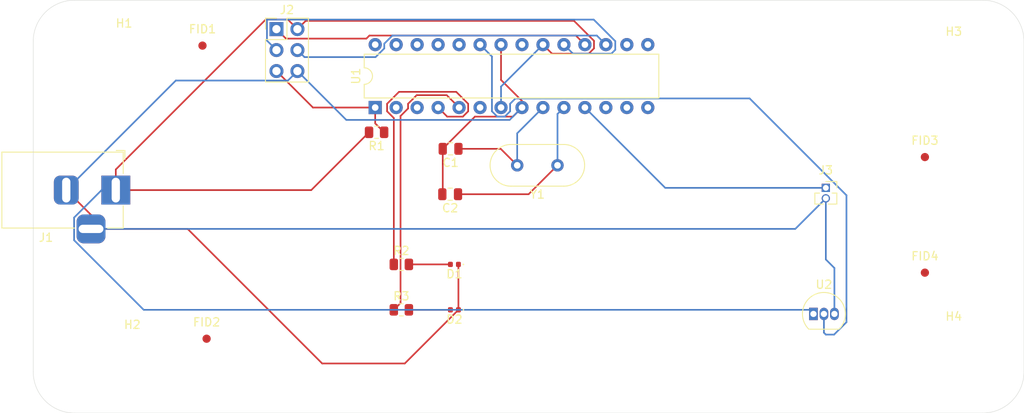
<source format=kicad_pcb>
(kicad_pcb (version 20240108) (generator "pcbnew") (generator_version "8.0")
  (layers (0 "F.Cu" signal) (31 "B.Cu" signal) (34 "B.Paste" user) (35 "F.Paste" user) (36 "B.SilkS" user "B.Silkscreen") (37 "F.SilkS" user "F.Silkscreen") (38 "B.Mask" user) (39 "F.Mask" user) (44 "Edge.Cuts" user))
  (net 0 "")
  (net 1 "GND")
  (net 2 "Net-(U1-XTAL1{slash}PB6)")
  (net 3 "Net-(U1-XTAL2{slash}PB7)")
  (net 4 "Net-(D1-A)")
  (net 5 "Net-(D2-A)")
  (net 6 "VCC")
  (net 7 "Net-(J2-Pin_4)")
  (net 8 "/RESET")
  (net 9 "Net-(J2-Pin_3)")
  (net 10 "Net-(J2-Pin_1)")
  (net 11 "/DC_POWER")
  (net 12 "Net-(U1-PD2)")
  (net 13 "Net-(U1-PD3)")
  (net 26 "/TEMPERATURE")
  (footprint "Capacitor_SMD:C_0805_2012Metric" (layer "F.Cu") (at 128.05 65.5 180)
    (property "Reference" "C1" (at 0 -1.68 360) (layer "F.SilkS"))
    (property "Value" "22pF")
    (fp_line (start -0.261252 0.735) (end 0.261252 0.735) (stroke (width 0.12)) (layer "F.SilkS"))
    (fp_line (start -0.261252 -0.735) (end 0.261252 -0.735) (stroke (width 0.12)) (layer "F.SilkS"))
    (pad "1" smd roundrect (at -0.95 0 180) (size 1 1.45) (layers "F.Cu" "F.Paste" "F.Mask") (net 2 "Net-(U1-XTAL1{slash}PB6)"))
    (pad "2" smd roundrect (at 0.95 0 180) (size 1 1.45) (layers "F.Cu" "F.Paste" "F.Mask") (net 1 "GND"))
  )
  (footprint "MountingHole:MountingHole_3.2mm_M3" (layer "F.Cu") (at 189 55.5)
    (property "Reference" "H3" (at 0 -4.2 0) (layer "F.SilkS"))
    (property "Value" "MountingHole")
    (pad "" np_thru_hole circle (at 0 0) (size 3.2 3.2) (drill 3.2) (layers "*.Cu" "*.Mask"))
  )
  (footprint "Connector_PinHeader_2.54mm:PinHeader_2x03_P2.54mm_Vertical" (layer "F.Cu") (at 106.96 51)
    (property "Reference" "J2" (at 1.27 -2.33 0) (layer "F.SilkS"))
    (property "Value" "Conn_02x03_Odd_Even")
    (fp_line (start -1.33 -1.33) (end 0 -1.33) (stroke (width 0.12)) (layer "F.SilkS"))
    (fp_line (start -1.33 0) (end -1.33 -1.33) (stroke (width 0.12)) (layer "F.SilkS"))
    (fp_line (start -1.33 1.27) (end -1.33 6.41) (stroke (width 0.12)) (layer "F.SilkS"))
    (fp_line (start -1.33 1.27) (end 1.27 1.27) (stroke (width 0.12)) (layer "F.SilkS"))
    (fp_line (start -1.33 6.41) (end 3.87 6.41) (stroke (width 0.12)) (layer "F.SilkS"))
    (fp_line (start 1.27 -1.33) (end 3.87 -1.33) (stroke (width 0.12)) (layer "F.SilkS"))
    (fp_line (start 1.27 1.27) (end 1.27 -1.33) (stroke (width 0.12)) (layer "F.SilkS"))
    (fp_line (start 3.87 -1.33) (end 3.87 6.41) (stroke (width 0.12)) (layer "F.SilkS"))
    (pad "1" thru_hole rect (at 0 0) (size 1.7 1.7) (drill 1) (layers "*.Cu" "*.Mask") (net 10 "Net-(J2-Pin_1)"))
    (pad "2" thru_hole oval (at 2.54 0) (size 1.7 1.7) (drill 1) (layers "*.Cu" "*.Mask") (net 6 "VCC"))
    (pad "3" thru_hole oval (at 0 2.54) (size 1.7 1.7) (drill 1) (layers "*.Cu" "*.Mask") (net 9 "Net-(J2-Pin_3)"))
    (pad "4" thru_hole oval (at 2.54 2.54) (size 1.7 1.7) (drill 1) (layers "*.Cu" "*.Mask") (net 7 "Net-(J2-Pin_4)"))
    (pad "5" thru_hole oval (at 0 5.08) (size 1.7 1.7) (drill 1) (layers "*.Cu" "*.Mask") (net 8 "/RESET"))
    (pad "6" thru_hole oval (at 2.54 5.08) (size 1.7 1.7) (drill 1) (layers "*.Cu" "*.Mask") (net 1 "GND"))
  )
  (footprint "Fiducial:Fiducial_1mm_Mask2mm" (layer "F.Cu") (at 185.5 66.5)
    (property "Reference" "FID3" (at 0 -2 0) (layer "F.SilkS"))
    (property "Value" "Fiducial")
    (pad "" smd circle (at 0 0) (size 1 1) (layers "F.Cu" "F.Mask") (clearance 0.5))
  )
  (footprint "Fiducial:Fiducial_1mm_Mask2mm" (layer "F.Cu") (at 98.5 88.5)
    (property "Reference" "FID2" (at 0 -2 0) (layer "F.SilkS"))
    (property "Value" "Fiducial")
    (pad "" smd circle (at 0 0) (size 1 1) (layers "F.Cu" "F.Mask") (clearance 0.5))
  )
  (footprint "LED_SMD:LED_0402_1005Metric" (layer "F.Cu") (at 128.515 79.5 180)
    (property "Reference" "D1" (at 0 -1.17 360) (layer "F.SilkS"))
    (property "Value" "GREEN")
    (fp_circle (center -1.09 0) (end -1.04 0) (stroke (width 0.1)) (fill none) (layer "F.SilkS"))
    (pad "1" smd roundrect (at -0.485 0 180) (size 0.59 0.64) (layers "F.Cu" "F.Paste" "F.Mask") (net 1 "GND"))
    (pad "2" smd roundrect (at 0.485 0 180) (size 0.59 0.64) (layers "F.Cu" "F.Paste" "F.Mask") (net 4 "Net-(D1-A)"))
  )
  (footprint "Package_DIP:DIP-28_W7.62mm" (layer "F.Cu") (at 118.92 60.5 90)
    (property "Reference" "U1" (at 3.81 -2.33 90) (layer "F.SilkS"))
    (property "Value" "ATmega328-P")
    (fp_line (start 6.46 -1.33) (end 4.81 -1.33) (stroke (width 0.12)) (layer "F.SilkS"))
    (fp_line (start 2.81 -1.33) (end 1.16 -1.33) (stroke (width 0.12)) (layer "F.SilkS"))
    (fp_line (start 1.16 -1.33) (end 1.16 34.35) (stroke (width 0.12)) (layer "F.SilkS"))
    (fp_line (start 6.46 34.35) (end 6.46 -1.33) (stroke (width 0.12)) (layer "F.SilkS"))
    (fp_line (start 1.16 34.35) (end 6.46 34.35) (stroke (width 0.12)) (layer "F.SilkS"))
    (fp_arc (start 4.81 -1.33) (mid 3.81 -0.33) (end 2.81 -1.33) (stroke (width 0.12)) (layer "F.SilkS"))
    (pad "1" thru_hole rect (at 0 0 90) (size 1.6 1.6) (drill 0.8) (layers "*.Cu" "*.Mask") (net 8 "/RESET"))
    (pad "2" thru_hole oval (at 0 2.54 90) (size 1.6 1.6) (drill 0.8) (layers "*.Cu" "*.Mask"))
    (pad "3" thru_hole oval (at 0 5.08 90) (size 1.6 1.6) (drill 0.8) (layers "*.Cu" "*.Mask"))
    (pad "4" thru_hole oval (at 0 7.62 90) (size 1.6 1.6) (drill 0.8) (layers "*.Cu" "*.Mask") (net 12 "Net-(U1-PD2)"))
    (pad "5" thru_hole oval (at 0 10.16 90) (size 1.6 1.6) (drill 0.8) (layers "*.Cu" "*.Mask") (net 13 "Net-(U1-PD3)"))
    (pad "6" thru_hole oval (at 0 12.7 90) (size 1.6 1.6) (drill 0.8) (layers "*.Cu" "*.Mask"))
    (pad "7" thru_hole oval (at 0 15.24 90) (size 1.6 1.6) (drill 0.8) (layers "*.Cu" "*.Mask") (net 6 "VCC"))
    (pad "8" thru_hole oval (at 0 17.78 90) (size 1.6 1.6) (drill 0.8) (layers "*.Cu" "*.Mask") (net 1 "GND"))
    (pad "9" thru_hole oval (at 0 20.32 90) (size 1.6 1.6) (drill 0.8) (layers "*.Cu" "*.Mask") (net 2 "Net-(U1-XTAL1{slash}PB6)"))
    (pad "10" thru_hole oval (at 0 22.86 90) (size 1.6 1.6) (drill 0.8) (layers "*.Cu" "*.Mask") (net 3 "Net-(U1-XTAL2{slash}PB7)"))
    (pad "11" thru_hole oval (at 0 25.4 90) (size 1.6 1.6) (drill 0.8) (layers "*.Cu" "*.Mask") (net 11 "/DC_POWER"))
    (pad "12" thru_hole oval (at 0 27.94 90) (size 1.6 1.6) (drill 0.8) (layers "*.Cu" "*.Mask"))
    (pad "13" thru_hole oval (at 0 30.48 90) (size 1.6 1.6) (drill 0.8) (layers "*.Cu" "*.Mask"))
    (pad "14" thru_hole oval (at 0 33.02 90) (size 1.6 1.6) (drill 0.8) (layers "*.Cu" "*.Mask"))
    (pad "15" thru_hole oval (at 7.62 33.02 90) (size 1.6 1.6) (drill 0.8) (layers "*.Cu" "*.Mask"))
    (pad "16" thru_hole oval (at 7.62 30.48 90) (size 1.6 1.6) (drill 0.8) (layers "*.Cu" "*.Mask"))
    (pad "17" thru_hole oval (at 7.62 27.94 90) (size 1.6 1.6) (drill 0.8) (layers "*.Cu" "*.Mask") (net 7 "Net-(J2-Pin_4)"))
    (pad "18" thru_hole oval (at 7.62 25.4 90) (size 1.6 1.6) (drill 0.8) (layers "*.Cu" "*.Mask") (net 10 "Net-(J2-Pin_1)"))
    (pad "19" thru_hole oval (at 7.62 22.86 90) (size 1.6 1.6) (drill 0.8) (layers "*.Cu" "*.Mask") (net 9 "Net-(J2-Pin_3)"))
    (pad "20" thru_hole oval (at 7.62 20.32 90) (size 1.6 1.6) (drill 0.8) (layers "*.Cu" "*.Mask") (net 6 "VCC"))
    (pad "21" thru_hole oval (at 7.62 17.78 90) (size 1.6 1.6) (drill 0.8) (layers "*.Cu" "*.Mask"))
    (pad "22" thru_hole oval (at 7.62 15.24 90) (size 1.6 1.6) (drill 0.8) (layers "*.Cu" "*.Mask") (net 1 "GND"))
    (pad "23" thru_hole oval (at 7.62 12.7 90) (size 1.6 1.6) (drill 0.8) (layers "*.Cu" "*.Mask") (net 26 "/TEMPERATURE"))
    (pad "24" thru_hole oval (at 7.62 10.16 90) (size 1.6 1.6) (drill 0.8) (layers "*.Cu" "*.Mask"))
    (pad "25" thru_hole oval (at 7.62 7.62 90) (size 1.6 1.6) (drill 0.8) (layers "*.Cu" "*.Mask"))
    (pad "26" thru_hole oval (at 7.62 5.08 90) (size 1.6 1.6) (drill 0.8) (layers "*.Cu" "*.Mask"))
    (pad "27" thru_hole oval (at 7.62 2.54 90) (size 1.6 1.6) (drill 0.8) (layers "*.Cu" "*.Mask"))
    (pad "28" thru_hole oval (at 7.62 0 90) (size 1.6 1.6) (drill 0.8) (layers "*.Cu" "*.Mask"))
  )
  (footprint "Fiducial:Fiducial_1mm_Mask2mm" (layer "F.Cu") (at 98 53)
    (property "Reference" "FID1" (at 0 -2 0) (layer "F.SilkS"))
    (property "Value" "Fiducial")
    (pad "" smd circle (at 0 0) (size 1 1) (layers "F.Cu" "F.Mask") (clearance 0.5))
  )
  (footprint "Resistor_SMD:R_0805_2012Metric" (layer "F.Cu") (at 119.0875 63.5 180)
    (property "Reference" "R1" (at 0 -1.65 360) (layer "F.SilkS"))
    (property "Value" "10K")
    (fp_line (start -0.227064 0.735) (end 0.227064 0.735) (stroke (width 0.12)) (layer "F.SilkS"))
    (fp_line (start -0.227064 -0.735) (end 0.227064 -0.735) (stroke (width 0.12)) (layer "F.SilkS"))
    (pad "1" smd roundrect (at -0.9125 0 180) (size 1.025 1.4) (layers "F.Cu" "F.Paste" "F.Mask") (roundrect_rratio 0.243902) (net 8 "/RESET"))
    (pad "2" smd roundrect (at 0.9125 0 180) (size 1.025 1.4) (layers "F.Cu" "F.Paste" "F.Mask") (roundrect_rratio 0.243902) (net 6 "VCC"))
  )
  (footprint "Connector_BarrelJack:BarrelJack_Horizontal" (layer "F.Cu") (at 87.5 70.5)
    (property "Reference" "J1" (at -8.45 5.75 0) (layer "F.SilkS"))
    (property "Value" "Barrel_Jack_Switch")
    (fp_line (start -13.8 -4.6) (end 0.9 -4.6) (stroke (width 0.12)) (layer "F.SilkS"))
    (fp_line (start -13.8 4.6) (end -13.8 -4.6) (stroke (width 0.12)) (layer "F.SilkS"))
    (fp_line (start -5 4.6) (end -13.8 4.6) (stroke (width 0.12)) (layer "F.SilkS"))
    (fp_line (start 0.05 -4.8) (end 1.1 -4.8) (stroke (width 0.12)) (layer "F.SilkS"))
    (fp_line (start 0.9 -4.6) (end 0.9 -2) (stroke (width 0.12)) (layer "F.SilkS"))
    (fp_line (start 0.9 1.9) (end 0.9 4.6) (stroke (width 0.12)) (layer "F.SilkS"))
    (fp_line (start 0.9 4.6) (end -1 4.6) (stroke (width 0.12)) (layer "F.SilkS"))
    (fp_line (start 1.1 -3.75) (end 1.1 -4.8) (stroke (width 0.12)) (layer "F.SilkS"))
    (pad "1" thru_hole rect (at 0 0) (size 3.5 3.5) (drill oval 1 3) (layers "*.Cu" "*.Mask") (net 6 "VCC"))
    (pad "2" thru_hole roundrect (at -6 0) (size 3 3.5) (drill oval 1 3) (layers "*.Cu" "*.Mask") (net 1 "GND"))
    (pad "3" thru_hole roundrect (at -3 4.7) (size 3.5 3.5) (drill oval 3 1) (layers "*.Cu" "*.Mask") (net 1 "GND"))
  )
  (footprint "Package_TO_SOT_THT:TO-92_Inline" (layer "F.Cu") (at 172 85.5)
    (property "Reference" "U2" (at 1.27 -3.56 0) (layer "F.SilkS"))
    (property "Value" "TSIC206-TO92")
    (fp_line (start -0.53 1.85) (end 3.07 1.85) (stroke (width 0.12)) (layer "F.SilkS"))
    (fp_arc (start -0.568478 1.838478) (mid -1.132087 -0.994977) (end 1.27 -2.6) (stroke (width 0.12)) (layer "F.SilkS"))
    (fp_arc (start 1.27 -2.6) (mid 3.672087 -0.994977) (end 3.108478 1.838478) (stroke (width 0.12)) (layer "F.SilkS"))
    (pad "1" thru_hole rect (at 0 0) (size 1.05 1.5) (drill 0.75) (layers "*.Cu" "*.Mask") (net 6 "VCC"))
    (pad "2" thru_hole oval (at 1.27 0) (size 1.05 1.5) (drill 0.75) (layers "*.Cu" "*.Mask") (net 26 "/TEMPERATURE"))
    (pad "3" thru_hole oval (at 2.54 0) (size 1.05 1.5) (drill 0.75) (layers "*.Cu" "*.Mask") (net 1 "GND"))
  )
  (footprint "Connector_PinSocket_1.27mm:PinSocket_1x02_P1.27mm_Vertical" (layer "F.Cu") (at 173.5 70.23)
    (property "Reference" "J3" (at 0 -2.135 0) (layer "F.SilkS"))
    (property "Value" "Conn_01x02_Socket")
    (fp_line (start -1.33 0.635) (end -1.33 1.965) (stroke (width 0.12)) (layer "F.SilkS"))
    (fp_line (start -1.33 0.635) (end -0.76 0.635) (stroke (width 0.12)) (layer "F.SilkS"))
    (fp_line (start -1.33 1.965) (end -0.30753 1.965) (stroke (width 0.12)) (layer "F.SilkS"))
    (fp_line (start 0 -0.76) (end 1.33 -0.76) (stroke (width 0.12)) (layer "F.SilkS"))
    (fp_line (start 0.30753 1.965) (end 1.33 1.965) (stroke (width 0.12)) (layer "F.SilkS"))
    (fp_line (start 0.76 0.635) (end 1.33 0.635) (stroke (width 0.12)) (layer "F.SilkS"))
    (fp_line (start 1.33 -0.76) (end 1.33 0) (stroke (width 0.12)) (layer "F.SilkS"))
    (fp_line (start 1.33 0.635) (end 1.33 1.965) (stroke (width 0.12)) (layer "F.SilkS"))
    (pad "1" thru_hole rect (at 0 0) (size 1 1) (drill 0.7) (layers "*.Cu" "*.Mask") (net 11 "/DC_POWER"))
    (pad "2" thru_hole oval (at 0 1.27) (size 1 1) (drill 0.7) (layers "*.Cu" "*.Mask") (net 1 "GND"))
  )
  (footprint "Capacitor_SMD:C_0805_2012Metric" (layer "F.Cu") (at 128 71 180)
    (property "Reference" "C2" (at 0 -1.68 360) (layer "F.SilkS"))
    (property "Value" "22pF")
    (fp_line (start -0.261252 0.735) (end 0.261252 0.735) (stroke (width 0.12)) (layer "F.SilkS"))
    (fp_line (start -0.261252 -0.735) (end 0.261252 -0.735) (stroke (width 0.12)) (layer "F.SilkS"))
    (pad "1" smd roundrect (at -0.95 0 180) (size 1 1.45) (layers "F.Cu" "F.Paste" "F.Mask") (net 3 "Net-(U1-XTAL2{slash}PB7)"))
    (pad "2" smd roundrect (at 0.95 0 180) (size 1 1.45) (layers "F.Cu" "F.Paste" "F.Mask") (net 1 "GND"))
  )
  (footprint "MountingHole:MountingHole_3.2mm_M3" (layer "F.Cu") (at 88.5 54.5)
    (property "Reference" "H1" (at 0 -4.2 0) (layer "F.SilkS"))
    (property "Value" "MountingHole")
    (pad "" np_thru_hole circle (at 0 0) (size 3.2 3.2) (drill 3.2) (layers "*.Cu" "*.Mask"))
  )
  (footprint "Fiducial:Fiducial_1mm_Mask2mm" (layer "F.Cu") (at 185.5 80.5)
    (property "Reference" "FID4" (at 0 -2 0) (layer "F.SilkS"))
    (property "Value" "Fiducial")
    (pad "" smd circle (at 0 0) (size 1 1) (layers "F.Cu" "F.Mask") (clearance 0.5))
  )
  (footprint "MountingHole:MountingHole_3.2mm_M3" (layer "F.Cu") (at 89.5 91)
    (property "Reference" "H2" (at 0 -4.2 0) (layer "F.SilkS"))
    (property "Value" "MountingHole")
    (pad "" np_thru_hole circle (at 0 0) (size 3.2 3.2) (drill 3.2) (layers "*.Cu" "*.Mask"))
  )
  (footprint "Crystal:Crystal_HC49-4H_Vertical" (layer "F.Cu") (at 141 67.5 180)
    (property "Reference" "Y1" (at 2.44 -3.525 360) (layer "F.SilkS"))
    (property "Value" "16MHz")
    (fp_line (start -0.76 2.525) (end 5.64 2.525) (stroke (width 0.12)) (layer "F.SilkS"))
    (fp_line (start -0.76 -2.525) (end 5.64 -2.525) (stroke (width 0.12)) (layer "F.SilkS"))
    (fp_arc (start 5.64 -2.525) (mid 8.165 0) (end 5.64 2.525) (stroke (width 0.12)) (layer "F.SilkS"))
    (fp_arc (start -0.76 2.525) (mid -3.285 0) (end -0.76 -2.525) (stroke (width 0.12)) (layer "F.SilkS"))
    (pad "1" thru_hole circle (at 0 0 180) (size 1.5 1.5) (drill 0.8) (layers "*.Cu" "*.Mask") (net 3 "Net-(U1-XTAL2{slash}PB7)"))
    (pad "2" thru_hole circle (at 4.88 0 180) (size 1.5 1.5) (drill 0.8) (layers "*.Cu" "*.Mask") (net 2 "Net-(U1-XTAL1{slash}PB6)"))
  )
  (footprint "LED_SMD:LED_0402_1005Metric" (layer "F.Cu") (at 128.515 85 180)
    (property "Reference" "D2" (at 0 -1.17 360) (layer "F.SilkS"))
    (property "Value" "RED")
    (fp_circle (center -1.09 0) (end -1.04 0) (stroke (width 0.1)) (fill none) (layer "F.SilkS"))
    (pad "1" smd roundrect (at -0.485 0 180) (size 0.59 0.64) (layers "F.Cu" "F.Paste" "F.Mask") (net 1 "GND"))
    (pad "2" smd roundrect (at 0.485 0 180) (size 0.59 0.64) (layers "F.Cu" "F.Paste" "F.Mask") (net 5 "Net-(D2-A)"))
  )
  (footprint "Resistor_SMD:R_0805_2012Metric" (layer "F.Cu") (at 122.0875 79.5)
    (property "Reference" "R2" (at 0 -1.65 0) (layer "F.SilkS"))
    (property "Value" "220")
    (fp_line (start -0.227064 -0.735) (end 0.227064 -0.735) (stroke (width 0.12)) (layer "F.SilkS"))
    (fp_line (start -0.227064 0.735) (end 0.227064 0.735) (stroke (width 0.12)) (layer "F.SilkS"))
    (pad "1" smd roundrect (at -0.9125 0) (size 1.025 1.4) (layers "F.Cu" "F.Paste" "F.Mask") (roundrect_rratio 0.243902) (net 12 "Net-(U1-PD2)"))
    (pad "2" smd roundrect (at 0.9125 0) (size 1.025 1.4) (layers "F.Cu" "F.Paste" "F.Mask") (roundrect_rratio 0.243902) (net 4 "Net-(D1-A)"))
  )
  (footprint "MountingHole:MountingHole_3.2mm_M3" (layer "F.Cu") (at 189 90)
    (property "Reference" "H4" (at 0 -4.2 0) (layer "F.SilkS"))
    (property "Value" "MountingHole")
    (pad "" np_thru_hole circle (at 0 0) (size 3.2 3.2) (drill 3.2) (layers "*.Cu" "*.Mask"))
  )
  (footprint "Resistor_SMD:R_0805_2012Metric" (layer "F.Cu") (at 122.0875 85)
    (property "Reference" "R3" (at 0 -1.65 0) (layer "F.SilkS"))
    (property "Value" "220")
    (fp_line (start -0.227064 -0.735) (end 0.227064 -0.735) (stroke (width 0.12)) (layer "F.SilkS"))
    (fp_line (start -0.227064 0.735) (end 0.227064 0.735) (stroke (width 0.12)) (layer "F.SilkS"))
    (pad "1" smd roundrect (at -0.9125 0) (size 1.025 1.4) (layers "F.Cu" "F.Paste" "F.Mask") (roundrect_rratio 0.243902) (net 13 "Net-(U1-PD3)"))
    (pad "2" smd roundrect (at 0.9125 0) (size 1.025 1.4) (layers "F.Cu" "F.Paste" "F.Mask") (roundrect_rratio 0.243902) (net 5 "Net-(D2-A)"))
  )
  (gr_arc (start 192.5 47.5) (mid 196.035534 48.964466) (end 197.5 52.5) (stroke (width 0.05)) (layer "Edge.Cuts"))
  (gr_arc (start 197.5 92.5) (mid 196.035534 96.035534) (end 192.5 97.5) (stroke (width 0.05)) (layer "Edge.Cuts"))
  (gr_line (start 82.5 47.5) (end 192.5 47.5) (stroke (width 0.05)) (layer "Edge.Cuts"))
  (gr_arc (start 77.5 52.5) (mid 78.964466 48.964466) (end 82.5 47.5) (stroke (width 0.05)) (layer "Edge.Cuts"))
  (gr_arc (start 82.5 97.5) (mid 78.964466 96.035534) (end 77.5 92.5) (stroke (width 0.05)) (layer "Edge.Cuts"))
  (gr_line (start 192.5 97.5) (end 82.5 97.5) (stroke (width 0.05)) (layer "Edge.Cuts"))
  (gr_line (start 197.5 52.5) (end 197.5 92.5) (stroke (width 0.05)) (layer "Edge.Cuts"))
  (gr_line (start 77.5 92.5) (end 77.5 52.5) (stroke (width 0.05)) (layer "Edge.Cuts"))
  (segment (start 136.7 59.7) (end 134.16 57.16) (width 0.2) (layer "F.Cu") (net 1))
  (segment (start 112.5 91.5) (end 96.2 75.2) (width 0.2) (layer "F.Cu") (net 1))
  (segment (start 129 79.5) (end 129 85) (width 0.2) (layer "F.Cu") (net 1))
  (segment (start 127.1 70.95) (end 127.05 71) (width 0.2) (layer "F.Cu") (net 1))
  (segment (start 135.6 61.6) (end 131 61.6) (width 0.2) (layer "F.Cu") (net 1))
  (segment (start 84.5 73.5) (end 84.5 75.2) (width 0.2) (layer "F.Cu") (net 1))
  (segment (start 136.7 60.5) (end 135.6 61.6) (width 0.2) (layer "F.Cu") (net 1))
  (segment (start 96.2 75.2) (end 84.5 75.2) (width 0.2) (layer "F.Cu") (net 1))
  (segment (start 81.5 70.5) (end 84.5 73.5) (width 0.2) (layer "F.Cu") (net 1))
  (segment (start 131 61.6) (end 127.1 65.5) (width 0.2) (layer "F.Cu") (net 1))
  (segment (start 136.7 60.5) (end 136.7 59.7) (width 0.2) (layer "F.Cu") (net 1))
  (segment (start 129 85) (end 122.5 91.5) (width 0.2) (layer "F.Cu") (net 1))
  (segment (start 134.16 57.16) (end 134.16 52.88) (width 0.2) (layer "F.Cu") (net 1))
  (segment (start 122.5 91.5) (end 112.5 91.5) (width 0.2) (layer "F.Cu") (net 1))
  (segment (start 127.1 65.5) (end 127.1 70.95) (width 0.2) (layer "F.Cu") (net 1))
  (segment (start 136.7 60.5) (end 135.2 62) (width 0.2) (layer "B.Cu") (net 1))
  (segment (start 109.5 56.08) (end 108.35 57.23) (width 0.2) (layer "B.Cu") (net 1))
  (segment (start 94.77 57.23) (end 81.5 70.5) (width 0.2) (layer "B.Cu") (net 1))
  (segment (start 135.2 62) (end 115.42 62) (width 0.2) (layer "B.Cu") (net 1))
  (segment (start 173.5 71.5) (end 169.8 75.2) (width 0.2) (layer "B.Cu") (net 1))
  (segment (start 173.5 78.9) (end 173.5 71.5) (width 0.2) (layer "B.Cu") (net 1))
  (segment (start 174.54 85.5) (end 174.54 79.94) (width 0.2) (layer "B.Cu") (net 1))
  (segment (start 115.42 62) (end 109.5 56.08) (width 0.2) (layer "B.Cu") (net 1))
  (segment (start 108.35 57.23) (end 94.77 57.23) (width 0.2) (layer "B.Cu") (net 1))
  (segment (start 174.54 79.94) (end 173.5 78.9) (width 0.2) (layer "B.Cu") (net 1))
  (segment (start 169.8 75.2) (end 84.5 75.2) (width 0.2) (layer "B.Cu") (net 1))
  (segment (start 134.12 65.5) (end 136.12 67.5) (width 0.2) (layer "F.Cu") (net 2))
  (segment (start 129 65.5) (end 134.12 65.5) (width 0.2) (layer "F.Cu") (net 2))
  (segment (start 136.12 63.62) (end 139.24 60.5) (width 0.2) (layer "B.Cu") (net 2))
  (segment (start 136.12 67.5) (end 136.12 63.62) (width 0.2) (layer "B.Cu") (net 2))
  (segment (start 137.5 71) (end 141 67.5) (width 0.2) (layer "F.Cu") (net 3))
  (segment (start 128.95 71) (end 137.5 71) (width 0.2) (layer "F.Cu") (net 3))
  (segment (start 141 61.28) (end 141.78 60.5) (width 0.2) (layer "B.Cu") (net 3))
  (segment (start 141 67.5) (end 141 61.28) (width 0.2) (layer "B.Cu") (net 3))
  (segment (start 123 79.5) (end 128.03 79.5) (width 0.2) (layer "F.Cu") (net 4))
  (segment (start 123 85) (end 128.03 85) (width 0.2) (layer "F.Cu") (net 5))
  (segment (start 109.5 51) (end 108.35 49.85) (width 0.2) (layer "F.Cu") (net 6))
  (segment (start 111.175 70.5) (end 118.175 63.5) (width 0.2) (layer "F.Cu") (net 6))
  (segment (start 145.42 52.42) (end 143 50) (width 0.2) (layer "F.Cu") (net 6))
  (segment (start 87.5 68) (end 87.5 70.5) (width 0.2) (layer "F.Cu") (net 6))
  (segment (start 145.42 53.335635) (end 145.42 52.42) (width 0.2) (layer "F.Cu") (net 6))
  (segment (start 144.775635 53.98) (end 145.42 53.335635) (width 0.2) (layer "F.Cu") (net 6))
  (segment (start 110.5 50) (end 109.5 51) (width 0.2) (layer "F.Cu") (net 6))
  (segment (start 143 50) (end 110.5 50) (width 0.2) (layer "F.Cu") (net 6))
  (segment (start 140.34 53.98) (end 144.775635 53.98) (width 0.2) (layer "F.Cu") (net 6))
  (segment (start 105.65 49.85) (end 87.5 68) (width 0.2) (layer "F.Cu") (net 6))
  (segment (start 108.35 49.85) (end 105.65 49.85) (width 0.2) (layer "F.Cu") (net 6))
  (segment (start 139.24 52.88) (end 140.34 53.98) (width 0.2) (layer "F.Cu") (net 6))
  (segment (start 87.5 70.5) (end 111.175 70.5) (width 0.2) (layer "F.Cu") (net 6))
  (segment (start 172 85.5) (end 171.5 85) (width 0.2) (layer "B.Cu") (net 6))
  (segment (start 171.5 85) (end 90.881002 85) (width 0.2) (layer "B.Cu") (net 6))
  (segment (start 134.16 60.5) (end 134.16 57.96) (width 0.2) (layer "B.Cu") (net 6))
  (segment (start 85.781002 70.5) (end 87.5 70.5) (width 0.2) (layer "B.Cu") (net 6))
  (segment (start 82.45 73.831002) (end 85.781002 70.5) (width 0.2) (layer "B.Cu") (net 6))
  (segment (start 134.16 57.96) (end 139.24 52.88) (width 0.2) (layer "B.Cu") (net 6))
  (segment (start 90.881002 85) (end 82.45 76.568998) (width 0.2) (layer "B.Cu") (net 6))
  (segment (start 82.45 76.568998) (end 82.45 73.831002) (width 0.2) (layer "B.Cu") (net 6))
  (segment (start 110.35 54.39) (end 118.965635 54.39) (width 0.2) (layer "B.Cu") (net 7))
  (segment (start 145.76 51.78) (end 146.86 52.88) (width 0.2) (layer "B.Cu") (net 7))
  (segment (start 109.5 53.54) (end 110.35 54.39) (width 0.2) (layer "B.Cu") (net 7))
  (segment (start 121.004365 51.78) (end 145.76 51.78) (width 0.2) (layer "B.Cu") (net 7))
  (segment (start 118.965635 54.39) (end 120.02 53.335635) (width 0.2) (layer "B.Cu") (net 7))
  (segment (start 120.02 52.764365) (end 121.004365 51.78) (width 0.2) (layer "B.Cu") (net 7))
  (segment (start 120.02 53.335635) (end 120.02 52.764365) (width 0.2) (layer "B.Cu") (net 7))
  (segment (start 111.38 60.5) (end 106.96 56.08) (width 0.2) (layer "F.Cu") (net 8))
  (segment (start 118.92 60.5) (end 118.92 62.42) (width 0.2) (layer "F.Cu") (net 8))
  (segment (start 118.92 62.42) (end 120 63.5) (width 0.2) (layer "F.Cu") (net 8))
  (segment (start 118.92 60.5) (end 111.38 60.5) (width 0.2) (layer "F.Cu") (net 8))
  (segment (start 142.88 53.98) (end 141.78 52.88) (width 0.2) (layer "B.Cu") (net 9))
  (segment (start 105.81 52.39) (end 105.81 49.85) (width 0.2) (layer "B.Cu") (net 9))
  (segment (start 148 53.5) (end 147.52 53.98) (width 0.2) (layer "B.Cu") (net 9))
  (segment (start 148 52.464365) (end 148 53.5) (width 0.2) (layer "B.Cu") (net 9))
  (segment (start 147.52 53.98) (end 142.88 53.98) (width 0.2) (layer "B.Cu") (net 9))
  (segment (start 105.81 49.85) (end 145.385635 49.85) (width 0.2) (layer "B.Cu") (net 9))
  (segment (start 145.385635 49.85) (end 148 52.464365) (width 0.2) (layer "B.Cu") (net 9))
  (segment (start 106.96 53.54) (end 105.81 52.39) (width 0.2) (layer "B.Cu") (net 9))
  (segment (start 117.85 52.15) (end 118.22 51.78) (width 0.2) (layer "F.Cu") (net 10))
  (segment (start 143.22 51.78) (end 144.32 52.88) (width 0.2) (layer "F.Cu") (net 10))
  (segment (start 108.11 52.15) (end 117.85 52.15) (width 0.2) (layer "F.Cu") (net 10))
  (segment (start 106.96 51) (end 108.11 52.15) (width 0.2) (layer "F.Cu") (net 10))
  (segment (start 118.22 51.78) (end 143.22 51.78) (width 0.2) (layer "F.Cu") (net 10))
  (segment (start 173.5 70.23) (end 154.05 70.23) (width 0.2) (layer "B.Cu") (net 11))
  (segment (start 154.05 70.23) (end 144.32 60.5) (width 0.2) (layer "B.Cu") (net 11))
  (segment (start 128.735635 58.6) (end 130.18 60.044365) (width 0.2) (layer "F.Cu") (net 12))
  (segment (start 121.804365 58.6) (end 128.735635 58.6) (width 0.2) (layer "F.Cu") (net 12))
  (segment (start 127.64 61.6) (end 126.54 60.5) (width 0.2) (layer "F.Cu") (net 12))
  (segment (start 120.36 60.955635) (end 120.36 60.044365) (width 0.2) (layer "F.Cu") (net 12))
  (segment (start 130.18 60.955635) (end 129.535635 61.6) (width 0.2) (layer "F.Cu") (net 12))
  (segment (start 121.175 61.770635) (end 120.36 60.955635) (width 0.2) (layer "F.Cu") (net 12))
  (segment (start 130.18 60.044365) (end 130.18 60.955635) (width 0.2) (layer "F.Cu") (net 12))
  (segment (start 129.535635 61.6) (end 127.64 61.6) (width 0.2) (layer "F.Cu") (net 12))
  (segment (start 120.36 60.044365) (end 121.804365 58.6) (width 0.2) (layer "F.Cu") (net 12))
  (segment (start 121.175 79.5) (end 121.175 61.770635) (width 0.2) (layer "F.Cu") (net 12))
  (segment (start 121.9875 61.528135) (end 122.9 60.615635) (width 0.2) (layer "F.Cu") (net 13))
  (segment (start 123.944365 59) (end 127.58 59) (width 0.2) (layer "F.Cu") (net 13))
  (segment (start 122.9 60.615635) (end 122.9 60.044365) (width 0.2) (layer "F.Cu") (net 13))
  (segment (start 121.9875 84.1875) (end 121.9875 61.528135) (width 0.2) (layer "F.Cu") (net 13))
  (segment (start 122.9 60.044365) (end 123.944365 59) (width 0.2) (layer "F.Cu") (net 13))
  (segment (start 121.175 85) (end 121.9875 84.1875) (width 0.2) (layer "F.Cu") (net 13))
  (segment (start 127.58 59) (end 129.08 60.5) (width 0.2) (layer "F.Cu") (net 13))
  (segment (start 173.27 87.77) (end 173.27 85.5) (width 0.2) (layer "B.Cu") (net 26))
  (segment (start 135.26 60.044365) (end 135.904365 59.4) (width 0.2) (layer "B.Cu") (net 26))
  (segment (start 135.904365 59.4) (end 164.27 59.4) (width 0.2) (layer "B.Cu") (net 26))
  (segment (start 164.27 59.4) (end 176 71.13) (width 0.2) (layer "B.Cu") (net 26))
  (segment (start 133.704365 61.6) (end 134.615635 61.6) (width 0.2) (layer "B.Cu") (net 26))
  (segment (start 134.615635 61.6) (end 135.26 60.955635) (width 0.2) (layer "B.Cu") (net 26))
  (segment (start 131.62 52.88) (end 133.06 54.32) (width 0.2) (layer "B.Cu") (net 26))
  (segment (start 174.5 88) (end 173.5 88) (width 0.2) (layer "B.Cu") (net 26))
  (segment (start 176 71.13) (end 176 86.5) (width 0.2) (layer "B.Cu") (net 26))
  (segment (start 176 86.5) (end 174.5 88) (width 0.2) (layer "B.Cu") (net 26))
  (segment (start 133.06 60.955635) (end 133.704365 61.6) (width 0.2) (layer "B.Cu") (net 26))
  (segment (start 173.5 88) (end 173.27 87.77) (width 0.2) (layer "B.Cu") (net 26))
  (segment (start 133.06 54.32) (end 133.06 60.955635) (width 0.2) (layer "B.Cu") (net 26))
  (segment (start 135.26 60.955635) (end 135.26 60.044365) (width 0.2) (layer "B.Cu") (net 26))
)
</source>
